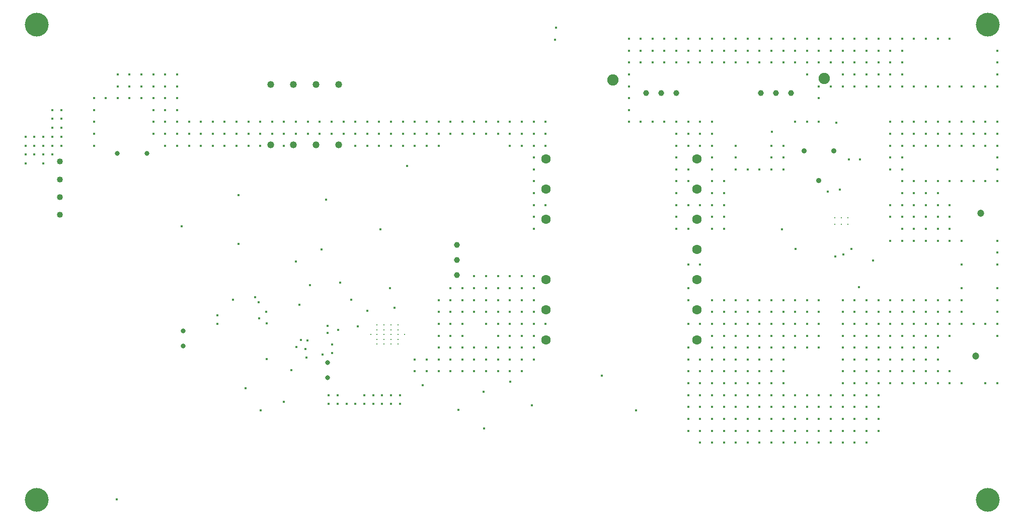
<source format=gbr>
%TF.GenerationSoftware,Altium Limited,Altium Designer,19.0.10 (269)*%
G04 Layer_Color=0*
%FSLAX26Y26*%
%MOIN*%
%TF.FileFunction,Plated,1,4,PTH,Drill*%
%TF.Part,Single*%
G01*
G75*
%TA.AperFunction,ComponentDrill*%
%ADD154C,0.035433*%
%ADD155C,0.046850*%
%ADD156C,0.039370*%
%ADD157C,0.040157*%
%ADD158C,0.031496*%
%ADD159C,0.010000*%
%ADD160C,0.031496*%
%ADD161C,0.039370*%
%ADD162C,0.075000*%
%ADD163C,0.062992*%
%TA.AperFunction,ViaDrill,NotFilled*%
%ADD164C,0.015000*%
%ADD165C,0.010000*%
%ADD166C,0.047244*%
%ADD167C,0.157480*%
D154*
X5377953Y2311024D02*
D03*
X5279528Y2507874D02*
D03*
X5476378D02*
D03*
D155*
X2197638Y2947244D02*
D03*
Y2547244D02*
D03*
X1897638Y2947244D02*
D03*
X2047638D02*
D03*
Y2547244D02*
D03*
X1897638D02*
D03*
X1747638Y2947244D02*
D03*
Y2547244D02*
D03*
D156*
X2980315Y1685827D02*
D03*
Y1785827D02*
D03*
Y1885827D02*
D03*
D157*
X350394Y2438189D02*
D03*
Y2320079D02*
D03*
Y2201968D02*
D03*
Y2083858D02*
D03*
D158*
X1165354Y1216535D02*
D03*
Y1316535D02*
D03*
X2121581Y1006299D02*
D03*
Y1106299D02*
D03*
D159*
X2409409Y1291181D02*
D03*
X2450748Y1228189D02*
D03*
Y1259685D02*
D03*
Y1291181D02*
D03*
Y1322677D02*
D03*
Y1354173D02*
D03*
X2497598D02*
D03*
Y1322677D02*
D03*
Y1291181D02*
D03*
Y1259685D02*
D03*
Y1228189D02*
D03*
X2544449D02*
D03*
Y1259685D02*
D03*
Y1291181D02*
D03*
Y1322677D02*
D03*
Y1354173D02*
D03*
X2591299D02*
D03*
Y1322677D02*
D03*
Y1291181D02*
D03*
Y1259685D02*
D03*
Y1228189D02*
D03*
X2632638Y1291181D02*
D03*
D160*
X925197Y2491340D02*
D03*
X728346D02*
D03*
D161*
X5192126Y2892697D02*
D03*
X5092126D02*
D03*
X4992126D02*
D03*
X4232126D02*
D03*
X4332126D02*
D03*
X4432126D02*
D03*
D162*
X5412118Y2988360D02*
D03*
X4012118Y2978360D02*
D03*
D163*
X4570541Y2456546D02*
D03*
Y2256546D02*
D03*
Y2056546D02*
D03*
Y1856545D02*
D03*
Y1656545D02*
D03*
Y1456545D02*
D03*
Y1256545D02*
D03*
X3570541D02*
D03*
Y1456545D02*
D03*
Y1656545D02*
D03*
Y2056546D02*
D03*
Y2256546D02*
D03*
Y2456546D02*
D03*
D164*
X2081693Y1854331D02*
D03*
X3938568Y1019685D02*
D03*
X3476378Y821685D02*
D03*
X3566932Y1362206D02*
D03*
X3488191Y1677167D02*
D03*
Y1598427D02*
D03*
Y1519686D02*
D03*
Y1440946D02*
D03*
Y1362206D02*
D03*
Y1283466D02*
D03*
Y1204726D02*
D03*
Y1125985D02*
D03*
X3409451Y1677167D02*
D03*
Y1598427D02*
D03*
Y1519686D02*
D03*
Y1440946D02*
D03*
Y1362206D02*
D03*
Y1283466D02*
D03*
Y1204726D02*
D03*
Y1125985D02*
D03*
Y1047245D02*
D03*
X3330711Y1677167D02*
D03*
Y1598427D02*
D03*
Y1519686D02*
D03*
Y1440946D02*
D03*
Y1362206D02*
D03*
Y1283466D02*
D03*
Y1204726D02*
D03*
Y1125985D02*
D03*
Y1047245D02*
D03*
X3251971Y1677167D02*
D03*
Y1598427D02*
D03*
Y1519686D02*
D03*
Y1440946D02*
D03*
Y1362206D02*
D03*
Y1283466D02*
D03*
Y1204726D02*
D03*
Y1125985D02*
D03*
Y1047245D02*
D03*
X3173231Y1677167D02*
D03*
Y1598427D02*
D03*
Y1519686D02*
D03*
Y1440946D02*
D03*
Y1362206D02*
D03*
Y1204726D02*
D03*
Y1125985D02*
D03*
Y1047245D02*
D03*
X3094490Y1677167D02*
D03*
Y1598427D02*
D03*
Y1519686D02*
D03*
Y1440946D02*
D03*
Y1204726D02*
D03*
Y1125985D02*
D03*
Y1047245D02*
D03*
X3015750Y1598427D02*
D03*
Y1519686D02*
D03*
Y1440946D02*
D03*
Y1362206D02*
D03*
Y1283466D02*
D03*
Y1204726D02*
D03*
Y1125985D02*
D03*
Y1047245D02*
D03*
X2937010Y1598427D02*
D03*
Y1519686D02*
D03*
Y1440946D02*
D03*
Y1362206D02*
D03*
Y1283466D02*
D03*
Y1204726D02*
D03*
Y1125985D02*
D03*
Y1047245D02*
D03*
X2858270Y1519686D02*
D03*
Y1440946D02*
D03*
Y1362206D02*
D03*
Y1283466D02*
D03*
Y1204726D02*
D03*
Y1125985D02*
D03*
Y1047245D02*
D03*
X2779530Y1125985D02*
D03*
Y1047245D02*
D03*
X2700789Y1125985D02*
D03*
Y1047245D02*
D03*
X3155000Y912000D02*
D03*
X725000Y199000D02*
D03*
X5535437Y1125985D02*
D03*
X5486105Y1809170D02*
D03*
X1917319Y1208659D02*
D03*
X1496063Y1523622D02*
D03*
X5377956Y2858270D02*
D03*
X5456696Y3173231D02*
D03*
X5377956D02*
D03*
X4433074Y3094490D02*
D03*
Y3173231D02*
D03*
X4196853Y3094490D02*
D03*
X4275593D02*
D03*
X4984255D02*
D03*
Y3173231D02*
D03*
X5141736Y3094490D02*
D03*
X5220476D02*
D03*
Y3173231D02*
D03*
X5299216Y2700789D02*
D03*
X2279523Y1521501D02*
D03*
X2566929Y1468504D02*
D03*
X1984252Y1137795D02*
D03*
X1157480Y2007874D02*
D03*
X1531496Y2216535D02*
D03*
X1988189Y1251968D02*
D03*
X2153539Y1224407D02*
D03*
Y1169289D02*
D03*
X2751968Y956693D02*
D03*
X5492126Y2696850D02*
D03*
X5222441Y1858268D02*
D03*
X5437008Y2240157D02*
D03*
X5133858Y1988189D02*
D03*
X2535433Y1598425D02*
D03*
X2472441Y1988189D02*
D03*
X2114169Y2185035D02*
D03*
X1678912Y790354D02*
D03*
X1881890Y1055118D02*
D03*
X1578740Y937008D02*
D03*
X1719247Y1127209D02*
D03*
X1531496Y1890640D02*
D03*
X1669288Y1399013D02*
D03*
X1913386Y1775508D02*
D03*
X2204724Y1633858D02*
D03*
X2322843Y1346461D02*
D03*
X2192913Y1322835D02*
D03*
X1720473Y1366142D02*
D03*
X1718011Y1443014D02*
D03*
X1667323Y1503937D02*
D03*
X2385827Y1448819D02*
D03*
X5614177Y1125985D02*
D03*
X5535437Y1204726D02*
D03*
X5614177D02*
D03*
X5377956Y1519686D02*
D03*
X5535437Y1440946D02*
D03*
X5377956D02*
D03*
X5299216D02*
D03*
X5220476Y1519686D02*
D03*
Y1440946D02*
D03*
X5299216Y1519686D02*
D03*
X5535437D02*
D03*
X6086618Y1283466D02*
D03*
Y1047245D02*
D03*
X6007878Y1440946D02*
D03*
X6244098Y1283466D02*
D03*
X6086618Y1125985D02*
D03*
X5614177Y1283466D02*
D03*
X5692917Y811025D02*
D03*
X5929138Y1283466D02*
D03*
X6480319Y1362206D02*
D03*
X5929138Y1125985D02*
D03*
X6086618Y1519686D02*
D03*
X5692917Y732284D02*
D03*
X5850397Y968505D02*
D03*
X5929138Y1047245D02*
D03*
X5535437Y1362206D02*
D03*
X5614177Y574804D02*
D03*
X5771657Y811025D02*
D03*
X6559059Y1440946D02*
D03*
X5850397Y1047245D02*
D03*
X5535437Y653544D02*
D03*
Y732284D02*
D03*
X5771657Y1125985D02*
D03*
X5850397Y1440946D02*
D03*
X6559059Y1362206D02*
D03*
X5771657D02*
D03*
X5535437Y811025D02*
D03*
X5692917Y574804D02*
D03*
X5456696Y889765D02*
D03*
X4984255Y2385829D02*
D03*
X6007878Y1204726D02*
D03*
X5771657Y653544D02*
D03*
X6244098Y1440946D02*
D03*
X5614177Y968505D02*
D03*
X5062995Y2464569D02*
D03*
X5850397Y1362206D02*
D03*
X6007878Y1519686D02*
D03*
X5535437Y1047245D02*
D03*
X6244098D02*
D03*
X6165358Y1204726D02*
D03*
X5692917Y889765D02*
D03*
X6165358Y1283466D02*
D03*
X4826775Y2543309D02*
D03*
X5614177Y1362206D02*
D03*
X6086618Y1204726D02*
D03*
X5929138D02*
D03*
X5771657Y1440946D02*
D03*
X4826775Y2464569D02*
D03*
X5929138Y1519686D02*
D03*
X6165358Y1047245D02*
D03*
X5771657Y1519686D02*
D03*
X6559059Y1283466D02*
D03*
X5535437Y574804D02*
D03*
X5771657Y1204726D02*
D03*
X6165358Y1125985D02*
D03*
X5692917D02*
D03*
X6007878Y1283466D02*
D03*
X6086618Y1362206D02*
D03*
X6244098D02*
D03*
X5062995Y2385829D02*
D03*
X6007878Y968505D02*
D03*
X5692917Y1204726D02*
D03*
X5535437Y968505D02*
D03*
X6559059D02*
D03*
X5535437Y1283466D02*
D03*
X5456696Y574804D02*
D03*
X6322839Y1440946D02*
D03*
X5141736Y2385829D02*
D03*
X6401579Y1362206D02*
D03*
X5614177Y653544D02*
D03*
X5456696Y811025D02*
D03*
X5692917Y1440946D02*
D03*
X6559059Y1519686D02*
D03*
X5692917Y1362206D02*
D03*
X5771657Y1283466D02*
D03*
X5456696Y653544D02*
D03*
X5929138Y1440946D02*
D03*
X5850397Y1283466D02*
D03*
X6244098Y1519686D02*
D03*
X5614177Y811025D02*
D03*
X5141736Y2543309D02*
D03*
X5692917Y653544D02*
D03*
X5614177Y889765D02*
D03*
X5850397Y1519686D02*
D03*
X5929138Y968505D02*
D03*
X6165358Y1440946D02*
D03*
X6086618Y968505D02*
D03*
X5692917D02*
D03*
X5771657Y732284D02*
D03*
X5614177Y1440946D02*
D03*
X6007878Y1125985D02*
D03*
X4905515Y2385829D02*
D03*
X6322839Y968505D02*
D03*
X6165358D02*
D03*
X6322839Y1598427D02*
D03*
X5141736Y2464569D02*
D03*
X5614177Y1047245D02*
D03*
X5535437Y889765D02*
D03*
X6244098Y968505D02*
D03*
X5850397Y1125985D02*
D03*
X6322839Y1519686D02*
D03*
X6480319Y968505D02*
D03*
X5850397Y1204726D02*
D03*
X5929138Y1362206D02*
D03*
X5614177Y732284D02*
D03*
X6165358Y1519686D02*
D03*
X5771657Y889765D02*
D03*
Y1047245D02*
D03*
X6559059Y1598427D02*
D03*
X5456696Y732284D02*
D03*
X5692917Y1047245D02*
D03*
X6007878D02*
D03*
X5692917Y1283466D02*
D03*
X5771657Y968505D02*
D03*
X6007878Y1362206D02*
D03*
X4826775Y2385829D02*
D03*
X6165358Y1362206D02*
D03*
X5062995Y2543309D02*
D03*
X5692917Y1519686D02*
D03*
X6322839Y1362206D02*
D03*
X5614177Y1519686D02*
D03*
X6086618Y1440946D02*
D03*
X358267Y2779526D02*
D03*
Y2720471D02*
D03*
Y2661416D02*
D03*
Y2602361D02*
D03*
Y2543306D02*
D03*
X299212Y2779526D02*
D03*
Y2720471D02*
D03*
Y2661416D02*
D03*
Y2602361D02*
D03*
Y2543306D02*
D03*
Y2484251D02*
D03*
X240157Y2602361D02*
D03*
Y2543306D02*
D03*
Y2484251D02*
D03*
Y2425196D02*
D03*
X181102Y2602361D02*
D03*
Y2543306D02*
D03*
Y2484251D02*
D03*
X122047Y2602361D02*
D03*
Y2543306D02*
D03*
Y2484251D02*
D03*
Y2425196D02*
D03*
X2602361Y889763D02*
D03*
Y830708D02*
D03*
X2543306Y889763D02*
D03*
Y830708D02*
D03*
X2484251Y889763D02*
D03*
Y830708D02*
D03*
X2425196Y889763D02*
D03*
Y830708D02*
D03*
X2366141Y889763D02*
D03*
Y830708D02*
D03*
X2307086D02*
D03*
X2248030D02*
D03*
X2188975Y889763D02*
D03*
Y830708D02*
D03*
X2129920Y889763D02*
D03*
Y830708D02*
D03*
X3566932Y2700789D02*
D03*
Y2622049D02*
D03*
Y2543309D02*
D03*
Y2149608D02*
D03*
X3488191Y2700789D02*
D03*
Y2622049D02*
D03*
Y2543309D02*
D03*
Y2464569D02*
D03*
Y2385829D02*
D03*
Y2307088D02*
D03*
Y2228348D02*
D03*
Y2149608D02*
D03*
Y2070868D02*
D03*
Y1992128D02*
D03*
X3409451Y2700789D02*
D03*
Y2622049D02*
D03*
Y2543309D02*
D03*
X3330711Y2700789D02*
D03*
Y2622049D02*
D03*
Y2543309D02*
D03*
X3251971Y2700789D02*
D03*
Y2622049D02*
D03*
X3173231Y2700789D02*
D03*
Y2622049D02*
D03*
X3094490Y2700789D02*
D03*
Y2622049D02*
D03*
X3015750Y2700789D02*
D03*
Y2622049D02*
D03*
X2937010Y2700789D02*
D03*
Y2622049D02*
D03*
X2858270Y2700789D02*
D03*
Y2622049D02*
D03*
Y2543309D02*
D03*
X2779530Y2700789D02*
D03*
Y2622049D02*
D03*
Y2543309D02*
D03*
X2700789Y2700789D02*
D03*
Y2622049D02*
D03*
Y2543309D02*
D03*
X2622049Y2700789D02*
D03*
Y2622049D02*
D03*
Y2543309D02*
D03*
X2543309Y2700789D02*
D03*
Y2622049D02*
D03*
Y2543309D02*
D03*
X2464569Y2700789D02*
D03*
Y2622049D02*
D03*
Y2543309D02*
D03*
X2385829Y2700789D02*
D03*
Y2622049D02*
D03*
Y2543309D02*
D03*
X2307088Y2700789D02*
D03*
Y2622049D02*
D03*
Y2543309D02*
D03*
X2228348Y2700789D02*
D03*
Y2622049D02*
D03*
X2149608Y2700789D02*
D03*
Y2622049D02*
D03*
X2070868Y2700789D02*
D03*
Y2622049D02*
D03*
X1992128Y2700789D02*
D03*
Y2622049D02*
D03*
X1913387Y2700789D02*
D03*
Y2622049D02*
D03*
X1834647Y2700789D02*
D03*
Y2622049D02*
D03*
Y2543309D02*
D03*
X1755907Y2700789D02*
D03*
Y2622049D02*
D03*
X1677167Y2700789D02*
D03*
Y2622049D02*
D03*
Y2543309D02*
D03*
X1598427Y2700789D02*
D03*
Y2622049D02*
D03*
Y2543309D02*
D03*
X1519686Y2700789D02*
D03*
Y2622049D02*
D03*
Y2543309D02*
D03*
X1440946Y2700789D02*
D03*
Y2622049D02*
D03*
Y2543309D02*
D03*
X1362206Y2700789D02*
D03*
Y2622049D02*
D03*
Y2543309D02*
D03*
X1283466Y2700789D02*
D03*
Y2622049D02*
D03*
Y2543309D02*
D03*
X1204726Y2700789D02*
D03*
Y2622049D02*
D03*
Y2543309D02*
D03*
X1125985Y3015750D02*
D03*
Y2937010D02*
D03*
Y2858270D02*
D03*
Y2779530D02*
D03*
Y2700789D02*
D03*
Y2622049D02*
D03*
Y2543309D02*
D03*
X1047245Y3015750D02*
D03*
Y2937010D02*
D03*
Y2858270D02*
D03*
Y2779530D02*
D03*
Y2700789D02*
D03*
Y2622049D02*
D03*
Y2543309D02*
D03*
X968505Y3015750D02*
D03*
Y2937010D02*
D03*
Y2858270D02*
D03*
Y2779530D02*
D03*
Y2700789D02*
D03*
Y2622049D02*
D03*
X889765Y3015750D02*
D03*
Y2937010D02*
D03*
Y2858270D02*
D03*
X811025Y3015750D02*
D03*
Y2937010D02*
D03*
Y2858270D02*
D03*
X732284Y3015750D02*
D03*
Y2937010D02*
D03*
Y2858270D02*
D03*
X653544D02*
D03*
X574804D02*
D03*
Y2779530D02*
D03*
Y2700789D02*
D03*
Y2622049D02*
D03*
Y2543309D02*
D03*
X6559059Y2700789D02*
D03*
Y2622049D02*
D03*
Y2543309D02*
D03*
Y2464569D02*
D03*
Y2385829D02*
D03*
Y2307088D02*
D03*
Y1913387D02*
D03*
Y1834647D02*
D03*
Y1755907D02*
D03*
X6480319Y2700789D02*
D03*
Y2622049D02*
D03*
Y2543309D02*
D03*
Y2307088D02*
D03*
X6401579Y2700789D02*
D03*
Y2622049D02*
D03*
Y2543309D02*
D03*
Y2307088D02*
D03*
X6322839Y2700789D02*
D03*
Y2622049D02*
D03*
Y2543309D02*
D03*
Y2307088D02*
D03*
Y1913387D02*
D03*
Y1755907D02*
D03*
X6244098Y2700789D02*
D03*
Y2622049D02*
D03*
Y2543309D02*
D03*
Y2307088D02*
D03*
Y2149608D02*
D03*
Y2070868D02*
D03*
Y1992128D02*
D03*
Y1913387D02*
D03*
X6165358Y2700789D02*
D03*
Y2622049D02*
D03*
Y2543309D02*
D03*
Y2307088D02*
D03*
Y2228348D02*
D03*
Y2149608D02*
D03*
Y2070868D02*
D03*
Y1992128D02*
D03*
Y1913387D02*
D03*
X6086618Y2700789D02*
D03*
Y2622049D02*
D03*
Y2543309D02*
D03*
Y2307088D02*
D03*
Y2228348D02*
D03*
Y2149608D02*
D03*
Y2070868D02*
D03*
Y1992128D02*
D03*
Y1913387D02*
D03*
X6007878Y2700789D02*
D03*
Y2622049D02*
D03*
Y2543309D02*
D03*
Y2307088D02*
D03*
Y2228348D02*
D03*
Y2149608D02*
D03*
Y2070868D02*
D03*
Y1992128D02*
D03*
Y1913387D02*
D03*
X5929138Y2700789D02*
D03*
Y2622049D02*
D03*
Y2543309D02*
D03*
Y2464569D02*
D03*
Y2385829D02*
D03*
Y2307088D02*
D03*
Y2228348D02*
D03*
Y2149608D02*
D03*
Y2070868D02*
D03*
Y1992128D02*
D03*
Y1913387D02*
D03*
X5850397Y2700789D02*
D03*
Y2622049D02*
D03*
Y2543309D02*
D03*
Y2464569D02*
D03*
Y2385829D02*
D03*
Y2149608D02*
D03*
Y2070868D02*
D03*
Y1913387D02*
D03*
X6559059Y3173231D02*
D03*
Y3094490D02*
D03*
Y3015750D02*
D03*
Y2937010D02*
D03*
X6480319D02*
D03*
X6401579D02*
D03*
X6322839D02*
D03*
X6244098Y3251971D02*
D03*
Y2937010D02*
D03*
X6165358Y3251971D02*
D03*
Y2937010D02*
D03*
X6086618Y3251971D02*
D03*
Y2937010D02*
D03*
X6007878Y3251971D02*
D03*
Y2937010D02*
D03*
X5929138Y3251971D02*
D03*
Y3173231D02*
D03*
Y3094490D02*
D03*
Y3015750D02*
D03*
Y2937010D02*
D03*
X5850397Y3251971D02*
D03*
Y3173231D02*
D03*
Y3094490D02*
D03*
Y3015750D02*
D03*
Y2937010D02*
D03*
X5771657Y3251971D02*
D03*
Y3173231D02*
D03*
Y3094490D02*
D03*
Y3015750D02*
D03*
Y2937010D02*
D03*
X5692917Y3251971D02*
D03*
Y3173231D02*
D03*
Y3094490D02*
D03*
Y3015750D02*
D03*
Y2937010D02*
D03*
X5614177Y3251971D02*
D03*
Y3173231D02*
D03*
Y3094490D02*
D03*
Y3015750D02*
D03*
Y2937010D02*
D03*
X5535437Y3251971D02*
D03*
Y3173231D02*
D03*
Y3094490D02*
D03*
Y3015750D02*
D03*
Y2937010D02*
D03*
X5456696Y3251971D02*
D03*
Y3094490D02*
D03*
Y2937010D02*
D03*
X5377956Y3251971D02*
D03*
Y3094490D02*
D03*
Y2937010D02*
D03*
Y2700789D02*
D03*
X5299216Y3251971D02*
D03*
Y3173231D02*
D03*
Y3094490D02*
D03*
Y3015750D02*
D03*
X5220476Y3251971D02*
D03*
Y2700789D02*
D03*
X5141736Y3251971D02*
D03*
Y3173231D02*
D03*
X5062995Y3251971D02*
D03*
Y3173231D02*
D03*
Y3094490D02*
D03*
X4984255Y3251971D02*
D03*
X4905515D02*
D03*
Y3173231D02*
D03*
Y3094490D02*
D03*
X4826775Y3251971D02*
D03*
Y3173231D02*
D03*
Y3094490D02*
D03*
X4748035Y3251971D02*
D03*
Y3173231D02*
D03*
Y3094490D02*
D03*
Y2307088D02*
D03*
Y2228348D02*
D03*
Y2149608D02*
D03*
Y2070868D02*
D03*
Y1992128D02*
D03*
X4669294Y3251971D02*
D03*
Y3173231D02*
D03*
Y3094490D02*
D03*
Y2700789D02*
D03*
Y2622049D02*
D03*
Y2543309D02*
D03*
Y2464569D02*
D03*
Y2385829D02*
D03*
Y2307088D02*
D03*
Y2228348D02*
D03*
Y2149608D02*
D03*
Y2070868D02*
D03*
Y1992128D02*
D03*
X4590554Y3251971D02*
D03*
Y3173231D02*
D03*
Y3094490D02*
D03*
Y2700789D02*
D03*
Y2622049D02*
D03*
Y2543309D02*
D03*
Y2149608D02*
D03*
X4511814Y3251971D02*
D03*
Y3173231D02*
D03*
Y3094490D02*
D03*
Y2700789D02*
D03*
Y2622049D02*
D03*
Y2543309D02*
D03*
Y2385829D02*
D03*
Y2307088D02*
D03*
Y2149608D02*
D03*
Y1992128D02*
D03*
X4433074Y3251971D02*
D03*
Y2700789D02*
D03*
Y2622049D02*
D03*
Y2543309D02*
D03*
Y2464569D02*
D03*
Y2385829D02*
D03*
Y2307088D02*
D03*
Y2228348D02*
D03*
Y2149608D02*
D03*
Y2070868D02*
D03*
Y1992128D02*
D03*
X4354334Y3251971D02*
D03*
Y3173231D02*
D03*
Y3094490D02*
D03*
Y2700789D02*
D03*
X4275593Y3251971D02*
D03*
Y3173231D02*
D03*
Y2700789D02*
D03*
X4196853Y3251971D02*
D03*
Y3173231D02*
D03*
Y2700789D02*
D03*
X4118113Y3251971D02*
D03*
Y3173231D02*
D03*
Y3094490D02*
D03*
Y3015750D02*
D03*
Y2937010D02*
D03*
Y2858270D02*
D03*
Y2779530D02*
D03*
Y2700789D02*
D03*
X5377956Y1362206D02*
D03*
Y1283466D02*
D03*
Y1204726D02*
D03*
Y889765D02*
D03*
Y811025D02*
D03*
Y732284D02*
D03*
Y653544D02*
D03*
Y574804D02*
D03*
X5299216Y1362206D02*
D03*
Y1283466D02*
D03*
Y1204726D02*
D03*
Y889765D02*
D03*
Y811025D02*
D03*
Y732284D02*
D03*
Y653544D02*
D03*
Y574804D02*
D03*
X5220476Y1362206D02*
D03*
Y1283466D02*
D03*
Y1204726D02*
D03*
Y889765D02*
D03*
Y811025D02*
D03*
Y732284D02*
D03*
Y653544D02*
D03*
Y574804D02*
D03*
X5141736Y1519686D02*
D03*
Y1440946D02*
D03*
Y1362206D02*
D03*
Y1283466D02*
D03*
Y1204726D02*
D03*
Y1125985D02*
D03*
Y1047245D02*
D03*
Y968505D02*
D03*
Y889765D02*
D03*
Y811025D02*
D03*
Y732284D02*
D03*
Y653544D02*
D03*
Y574804D02*
D03*
X5062995Y1519686D02*
D03*
Y1440946D02*
D03*
Y1362206D02*
D03*
Y1283466D02*
D03*
Y1204726D02*
D03*
Y1125985D02*
D03*
Y1047245D02*
D03*
Y968505D02*
D03*
Y889765D02*
D03*
Y811025D02*
D03*
Y732284D02*
D03*
Y653544D02*
D03*
Y574804D02*
D03*
X4984255Y1519686D02*
D03*
Y1440946D02*
D03*
Y1362206D02*
D03*
Y1283466D02*
D03*
Y1204726D02*
D03*
Y1125985D02*
D03*
Y1047245D02*
D03*
Y968505D02*
D03*
Y889765D02*
D03*
Y811025D02*
D03*
Y732284D02*
D03*
Y653544D02*
D03*
Y574804D02*
D03*
X4905515Y1519686D02*
D03*
Y1440946D02*
D03*
Y1362206D02*
D03*
Y1283466D02*
D03*
Y1204726D02*
D03*
Y1125985D02*
D03*
Y1047245D02*
D03*
Y968505D02*
D03*
Y889765D02*
D03*
Y811025D02*
D03*
Y732284D02*
D03*
Y653544D02*
D03*
Y574804D02*
D03*
X4826775Y1519686D02*
D03*
Y1440946D02*
D03*
Y1362206D02*
D03*
Y1283466D02*
D03*
Y1204726D02*
D03*
Y1125985D02*
D03*
Y1047245D02*
D03*
Y968505D02*
D03*
Y889765D02*
D03*
Y811025D02*
D03*
Y732284D02*
D03*
Y653544D02*
D03*
Y574804D02*
D03*
X4748035Y1519686D02*
D03*
Y1440946D02*
D03*
Y1362206D02*
D03*
Y1283466D02*
D03*
Y1204726D02*
D03*
Y1125985D02*
D03*
Y1047245D02*
D03*
Y968505D02*
D03*
Y889765D02*
D03*
Y811025D02*
D03*
Y732284D02*
D03*
Y653544D02*
D03*
Y574804D02*
D03*
X4669294Y1519686D02*
D03*
Y1440946D02*
D03*
Y1362206D02*
D03*
Y1283466D02*
D03*
Y1204726D02*
D03*
Y1125985D02*
D03*
Y1047245D02*
D03*
Y968505D02*
D03*
Y889765D02*
D03*
Y811025D02*
D03*
Y732284D02*
D03*
Y653544D02*
D03*
Y574804D02*
D03*
X4590554Y1755907D02*
D03*
Y1362206D02*
D03*
Y1125985D02*
D03*
Y1047245D02*
D03*
Y968505D02*
D03*
Y889765D02*
D03*
Y811025D02*
D03*
Y732284D02*
D03*
Y653544D02*
D03*
Y574804D02*
D03*
X4511814Y1755907D02*
D03*
Y1598427D02*
D03*
Y1519686D02*
D03*
Y1362206D02*
D03*
Y1204726D02*
D03*
Y1125985D02*
D03*
Y1047245D02*
D03*
Y968505D02*
D03*
Y889765D02*
D03*
Y811025D02*
D03*
Y732284D02*
D03*
Y653544D02*
D03*
X5066929Y2633858D02*
D03*
X2649606Y2409449D02*
D03*
X2090551Y1159193D02*
D03*
X5736221Y1782087D02*
D03*
X5649606Y2452756D02*
D03*
X5577923Y2451792D02*
D03*
X1393701Y1417323D02*
D03*
Y1362205D02*
D03*
X1937004Y1488186D02*
D03*
X1945589Y1256545D02*
D03*
X1976374Y1196848D02*
D03*
X2007874Y1618110D02*
D03*
X1834646Y846457D02*
D03*
X3334646Y980315D02*
D03*
X3159709Y669291D02*
D03*
X3629921Y3244095D02*
D03*
X3637795Y3326772D02*
D03*
X5641565Y1604331D02*
D03*
X2989220Y791762D02*
D03*
X4165354Y787402D02*
D03*
X5594488Y1858268D02*
D03*
X5540354Y1822835D02*
D03*
X5515748Y2251968D02*
D03*
X1643701Y1539370D02*
D03*
X2122047Y1350394D02*
D03*
Y1303150D02*
D03*
D165*
X5484252Y2021654D02*
D03*
Y2064961D02*
D03*
X5527559Y2021654D02*
D03*
Y2064961D02*
D03*
X5570866Y2021654D02*
D03*
Y2064961D02*
D03*
D166*
X6417323Y1148622D02*
D03*
X6448819Y2094734D02*
D03*
D167*
X196850Y3346457D02*
D03*
X6496063D02*
D03*
Y196850D02*
D03*
X196850D02*
D03*
%TF.MD5,78b2d9bba92051407c8c14e0a14d036e*%
M02*

</source>
